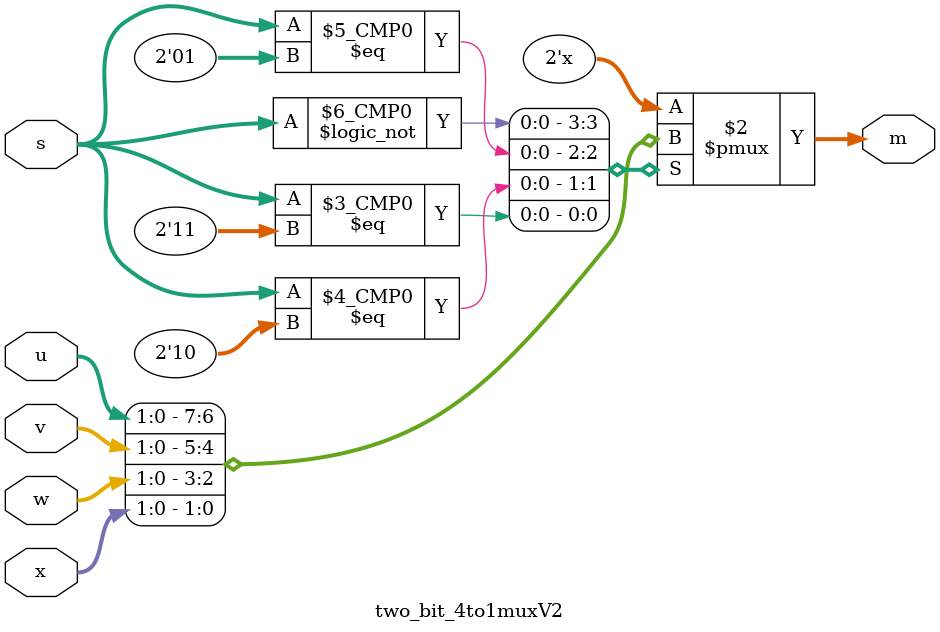
<source format=v>
module two_bit_4to1muxV2 (s,u,v,w,x,m);
 
	input[1:0] s;
	input[1:0] u,v,w,x;
	output reg[1:0] m;
	
	reg[1:0] t1, t2;
	
	//complete always blocks (look at one_bit_4to1muxV2.v for hints. Should look the same)
	
	always @(*) begin
		case(s)
			2'b00 : m = u;
			2'b01 : m = v;
			2'b10 : m = w;
			2'b11 : m = x;
			default : m = 2'b00;
		endcase
	end
endmodule

</source>
